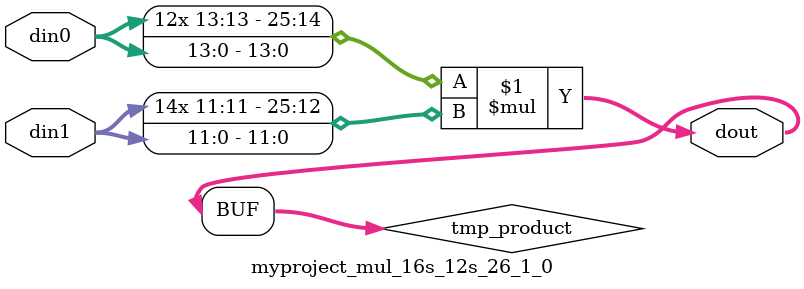
<source format=v>

`timescale 1 ns / 1 ps

  module myproject_mul_16s_12s_26_1_0(din0, din1, dout);
parameter ID = 1;
parameter NUM_STAGE = 0;
parameter din0_WIDTH = 14;
parameter din1_WIDTH = 12;
parameter dout_WIDTH = 26;

input [din0_WIDTH - 1 : 0] din0; 
input [din1_WIDTH - 1 : 0] din1; 
output [dout_WIDTH - 1 : 0] dout;

wire signed [dout_WIDTH - 1 : 0] tmp_product;













assign tmp_product = $signed(din0) * $signed(din1);








assign dout = tmp_product;







endmodule

</source>
